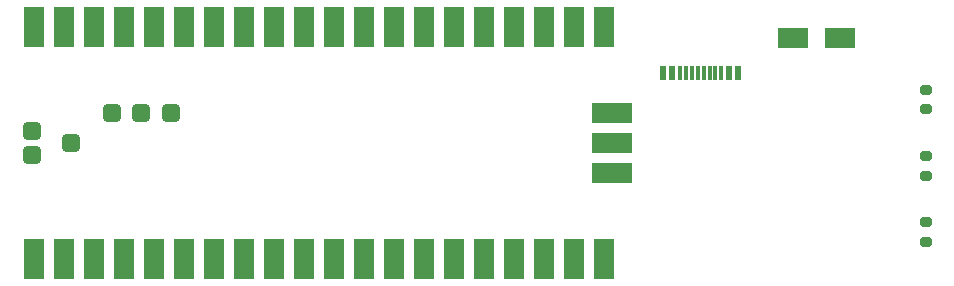
<source format=gbp>
G04 #@! TF.GenerationSoftware,KiCad,Pcbnew,7.0.10*
G04 #@! TF.CreationDate,2024-04-21T01:18:49+05:30*
G04 #@! TF.ProjectId,AT-ProtoKeeb_rev1,41542d50-726f-4746-9f4b-6565625f7265,v1.0*
G04 #@! TF.SameCoordinates,Original*
G04 #@! TF.FileFunction,Paste,Bot*
G04 #@! TF.FilePolarity,Positive*
%FSLAX46Y46*%
G04 Gerber Fmt 4.6, Leading zero omitted, Abs format (unit mm)*
G04 Created by KiCad (PCBNEW 7.0.10) date 2024-04-21 01:18:49*
%MOMM*%
%LPD*%
G01*
G04 APERTURE LIST*
G04 Aperture macros list*
%AMRoundRect*
0 Rectangle with rounded corners*
0 $1 Rounding radius*
0 $2 $3 $4 $5 $6 $7 $8 $9 X,Y pos of 4 corners*
0 Add a 4 corners polygon primitive as box body*
4,1,4,$2,$3,$4,$5,$6,$7,$8,$9,$2,$3,0*
0 Add four circle primitives for the rounded corners*
1,1,$1+$1,$2,$3*
1,1,$1+$1,$4,$5*
1,1,$1+$1,$6,$7*
1,1,$1+$1,$8,$9*
0 Add four rect primitives between the rounded corners*
20,1,$1+$1,$2,$3,$4,$5,0*
20,1,$1+$1,$4,$5,$6,$7,0*
20,1,$1+$1,$6,$7,$8,$9,0*
20,1,$1+$1,$8,$9,$2,$3,0*%
G04 Aperture macros list end*
%ADD10RoundRect,0.200000X0.275000X-0.200000X0.275000X0.200000X-0.275000X0.200000X-0.275000X-0.200000X0*%
%ADD11RoundRect,0.200000X-0.275000X0.200000X-0.275000X-0.200000X0.275000X-0.200000X0.275000X0.200000X0*%
%ADD12R,0.600000X1.150000*%
%ADD13R,0.300000X1.150000*%
%ADD14R,1.700000X3.500000*%
%ADD15R,3.500000X1.700000*%
%ADD16RoundRect,0.300000X-0.450000X0.450000X-0.450000X-0.450000X0.450000X-0.450000X0.450000X0.450000X0*%
%ADD17R,2.500000X1.800000*%
G04 APERTURE END LIST*
D10*
X123425150Y-59875000D03*
X123425150Y-58225000D03*
D11*
X123425150Y-69425000D03*
X123425150Y-71075000D03*
D10*
X123425150Y-65475000D03*
X123425150Y-63825000D03*
D12*
X101175150Y-56766000D03*
X101975150Y-56766000D03*
D13*
X103125150Y-56766000D03*
X104125150Y-56766000D03*
X104625150Y-56766000D03*
X105625150Y-56766000D03*
D12*
X107575150Y-56766000D03*
X106775150Y-56766000D03*
D13*
X106125150Y-56766000D03*
X105125150Y-56766000D03*
X103625150Y-56766000D03*
X102625150Y-56766000D03*
D14*
X47895985Y-52921000D03*
X50435985Y-52921000D03*
X52975985Y-52921000D03*
X55515985Y-52921000D03*
X58055985Y-52921000D03*
X60595985Y-52921000D03*
X63135985Y-52921000D03*
X65675985Y-52921000D03*
X68215985Y-52921000D03*
X70755985Y-52921000D03*
X73295985Y-52921000D03*
X75835985Y-52921000D03*
X78375985Y-52921000D03*
X80915985Y-52921000D03*
X83455985Y-52921000D03*
X85995985Y-52921000D03*
X88535985Y-52921000D03*
X91075985Y-52921000D03*
X93615985Y-52921000D03*
X96155985Y-52921000D03*
X96155985Y-72501000D03*
X93615985Y-72501000D03*
X91075985Y-72501000D03*
X88535985Y-72501000D03*
X85995985Y-72501000D03*
X83455985Y-72501000D03*
X80915985Y-72501000D03*
X78375985Y-72501000D03*
X75835985Y-72501000D03*
X73295985Y-72501000D03*
X70755985Y-72501000D03*
X68215985Y-72501000D03*
X65675985Y-72501000D03*
X63135985Y-72501000D03*
X60595985Y-72501000D03*
X58055985Y-72501000D03*
X55515985Y-72501000D03*
X52975985Y-72501000D03*
X50435985Y-72501000D03*
X47895985Y-72501000D03*
D15*
X96825985Y-60171000D03*
X96825985Y-62711000D03*
X96825985Y-65251000D03*
D16*
X51025985Y-62711000D03*
X47725985Y-63711000D03*
X47725985Y-61711000D03*
X54525985Y-60211000D03*
X57025985Y-60211000D03*
X59525985Y-60211000D03*
D17*
X116200000Y-53800000D03*
X112200000Y-53800000D03*
M02*

</source>
